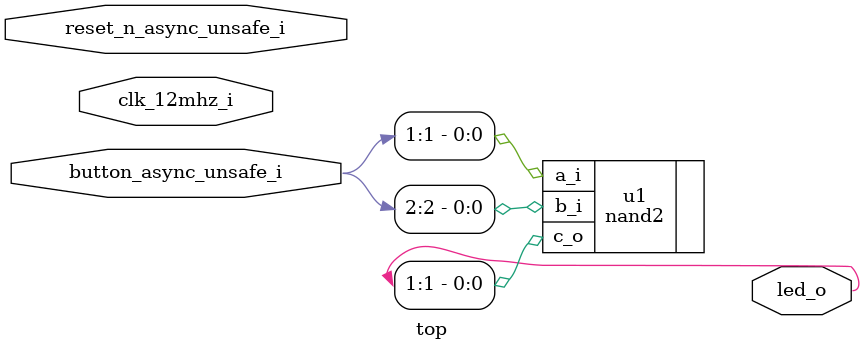
<source format=sv>
module top
  (input [0:0] clk_12mhz_i
  ,input [0:0] reset_n_async_unsafe_i
   // n: Negative Polarity (0 when pressed, 1 otherwise)
   // async: Not synchronized to clock
   // unsafe: Not De-Bounced
  ,input [3:1] button_async_unsafe_i
   // async: Not synchronized to clock
   // unsafe: Not De-Bounced
  ,output [5:1] led_o);

  // For this lab, instantiate your nand2 gate. Using two wires from
  // btn_async_unsafe_i, drive an output wire in led_o.
  //
  // Your code goes here:
  nand2 u1 (
    .a_i(button_async_unsafe_i[1]),
    .b_i(button_async_unsafe_i[2]),
    .c_o(led_o[1])
  );

endmodule

</source>
